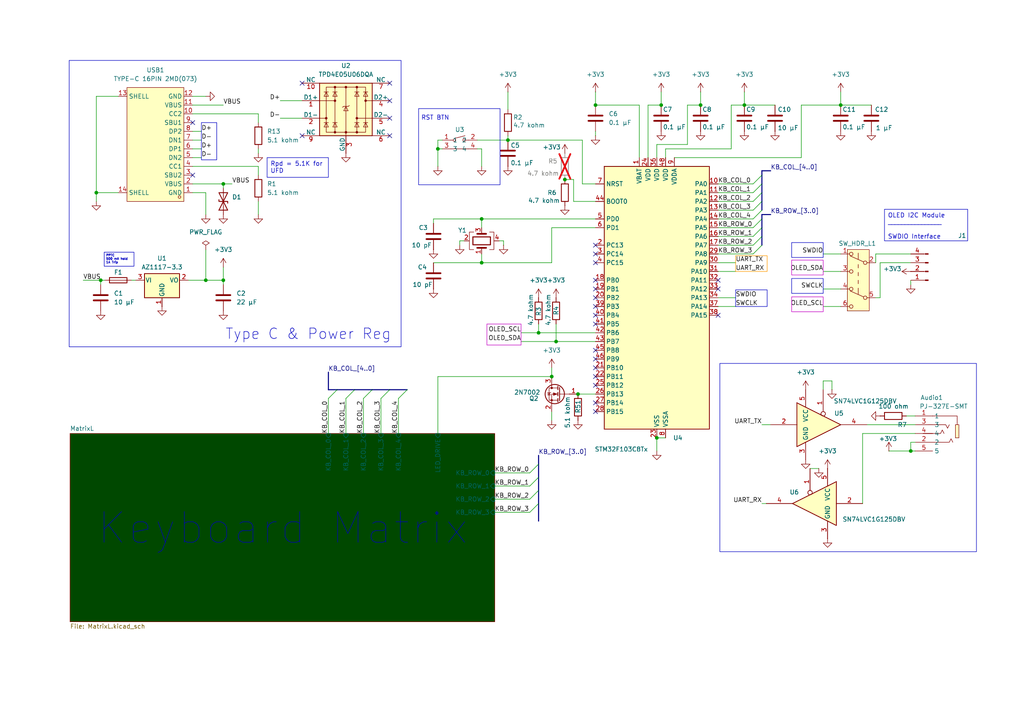
<source format=kicad_sch>
(kicad_sch (version 20231120) (generator "eeschema") (generator_version "8.0")
  (paper "A4")
  (title_block (title "Simple Keyboard") (date "2025-02-09") (rev "0") (company "Daniel Pérez (steewBSD)"))
  (junction (at 172.72 30.48))
  (junction (at 160.02 109.22))
  (junction (at 167.64 114.3))
  (junction (at 29.21 81.28))
  (junction (at 156.21 96.52))
  (junction (at 163.83 52.07))
  (junction (at 147.32 40.64))
  (junction (at 139.7 63.5))
  (junction (at 203.2 30.48))
  (junction (at 264.16 130.81))
  (junction (at 215.9 30.48))
  (junction (at 190.5 127))
  (junction (at 243.84 30.48))
  (junction (at 127 43.18))
  (junction (at 27.94 55.88))
  (junction (at 64.77 53.34))
  (junction (at 59.69 81.28))
  (junction (at 139.7 76.2))
  (junction (at 64.77 81.28))
  (junction (at 191.77 30.48))
  (junction (at 161.29 99.06))
  (no_connect (at 55.88 50.8))
  (no_connect (at 87.63 39.37))
  (no_connect (at 172.72 111.76))
  (no_connect (at 208.28 81.28))
  (no_connect (at 172.72 91.44))
  (no_connect (at 87.63 24.13))
  (no_connect (at 172.72 116.84))
  (no_connect (at 113.03 39.37))
  (no_connect (at 113.03 29.21))
  (no_connect (at 172.72 83.82))
  (no_connect (at 172.72 86.36))
  (no_connect (at 172.72 81.28))
  (no_connect (at 172.72 71.12))
  (no_connect (at 172.72 73.66))
  (no_connect (at 172.72 101.6))
  (no_connect (at 172.72 119.38))
  (no_connect (at 113.03 34.29))
  (no_connect (at 172.72 109.22))
  (no_connect (at 172.72 104.14))
  (no_connect (at 208.28 91.44))
  (no_connect (at 172.72 93.98))
  (no_connect (at 208.28 83.82))
  (no_connect (at 55.88 35.56))
  (no_connect (at 113.03 24.13))
  (no_connect (at 172.72 88.9))
  (no_connect (at 172.72 76.2))
  (no_connect (at 172.72 106.68))
  (bus_entry (at 156.21 142.24) (size -2.54 2.54))
  (bus_entry (at 220.98 60.96) (size -2.54 2.54))
  (bus_entry (at 220.98 58.42) (size -2.54 2.54))
  (bus_entry (at 97.79 113.03) (size -2.54 2.54))
  (bus_entry (at 220.98 53.34) (size -2.54 2.54))
  (bus_entry (at 156.21 138.43) (size -2.54 2.54))
  (bus_entry (at 220.98 63.5) (size -2.54 2.54))
  (bus_entry (at 107.95 113.03) (size -2.54 2.54))
  (bus_entry (at 220.98 66.04) (size -2.54 2.54))
  (bus_entry (at 118.11 113.03) (size -2.54 2.54))
  (bus_entry (at 113.03 113.03) (size -2.54 2.54))
  (bus_entry (at 156.21 134.62) (size -2.54 2.54))
  (bus_entry (at 220.98 68.58) (size -2.54 2.54))
  (bus_entry (at 102.87 113.03) (size -2.54 2.54))
  (bus_entry (at 156.21 146.05) (size -2.54 2.54))
  (bus_entry (at 220.98 55.88) (size -2.54 2.54))
  (bus_entry (at 220.98 50.8) (size -2.54 2.54))
  (bus_entry (at 220.98 71.12) (size -2.54 2.54))
  (wire (pts (xy 160.02 76.2) (xy 160.02 66.04)))
  (wire (pts (xy 237.49 135.89) (xy 234.95 135.89)))
  (wire (pts (xy 265.43 128.27) (xy 264.16 128.27)))
  (wire (pts (xy 254 86.36) (xy 255.27 86.36)))
  (wire (pts (xy 238.76 78.74) (xy 243.84 78.74)))
  (wire (pts (xy 29.21 81.28) (xy 30.48 81.28)))
  (wire (pts (xy 143.51 140.97) (xy 153.67 140.97)))
  (wire (pts (xy 139.7 73.66) (xy 139.7 76.2)))
  (wire (pts (xy 172.72 26.67) (xy 172.72 30.48)))
  (wire (pts (xy 27.94 27.94) (xy 27.94 55.88)))
  (wire (pts (xy 161.29 93.98) (xy 161.29 99.06)))
  (wire (pts (xy 64.77 53.34) (xy 67.31 53.34)))
  (wire (pts (xy 208.28 60.96) (xy 218.44 60.96)))
  (bus (pts (xy 102.87 113.03) (xy 107.95 113.03)))
  (wire (pts (xy 208.28 55.88) (xy 218.44 55.88)))
  (wire (pts (xy 264.16 128.27) (xy 264.16 130.81)))
  (wire (pts (xy 58.42 43.18) (xy 55.88 43.18)))
  (wire (pts (xy 254 73.66) (xy 264.16 73.66)))
  (wire (pts (xy 24.13 81.28) (xy 29.21 81.28)))
  (wire (pts (xy 187.96 30.48) (xy 191.77 30.48)))
  (wire (pts (xy 199.39 30.48) (xy 203.2 30.48)))
  (wire (pts (xy 127 40.64) (xy 128.27 40.64)))
  (wire (pts (xy 74.93 43.18) (xy 74.93 44.45)))
  (wire (pts (xy 264.16 81.28) (xy 264.16 82.55)))
  (bus (pts (xy 156.21 134.62) (xy 156.21 138.43)))
  (wire (pts (xy 208.28 73.66) (xy 218.44 73.66)))
  (wire (pts (xy 254 73.66) (xy 254 76.2)))
  (wire (pts (xy 147.32 40.64) (xy 168.91 40.64)))
  (wire (pts (xy 166.37 58.42) (xy 166.37 52.07)))
  (wire (pts (xy 190.5 41.91) (xy 199.39 41.91)))
  (wire (pts (xy 250.19 125.73) (xy 265.43 125.73)))
  (wire (pts (xy 208.28 53.34) (xy 218.44 53.34)))
  (wire (pts (xy 215.9 30.48) (xy 224.79 30.48)))
  (bus (pts (xy 223.52 62.23) (xy 220.98 62.23)))
  (wire (pts (xy 251.46 123.19) (xy 265.43 123.19)))
  (wire (pts (xy 208.28 78.74) (xy 213.36 78.74)))
  (wire (pts (xy 208.28 76.2) (xy 213.36 76.2)))
  (wire (pts (xy 27.94 27.94) (xy 34.29 27.94)))
  (bus (pts (xy 220.98 68.58) (xy 220.98 71.12)))
  (wire (pts (xy 34.29 55.88) (xy 27.94 55.88)))
  (wire (pts (xy 151.13 99.06) (xy 161.29 99.06)))
  (wire (pts (xy 208.28 71.12) (xy 218.44 71.12)))
  (bus (pts (xy 220.98 55.88) (xy 220.98 58.42)))
  (wire (pts (xy 64.77 81.28) (xy 64.77 82.55)))
  (bus (pts (xy 223.52 49.53) (xy 220.98 49.53)))
  (wire (pts (xy 74.93 62.23) (xy 74.93 58.42)))
  (wire (pts (xy 110.49 115.57) (xy 110.49 125.73)))
  (wire (pts (xy 55.88 27.94) (xy 59.69 27.94)))
  (wire (pts (xy 167.64 114.3) (xy 172.72 114.3)))
  (bus (pts (xy 156.21 146.05) (xy 156.21 151.13)))
  (wire (pts (xy 55.88 53.34) (xy 64.77 53.34)))
  (wire (pts (xy 255.27 76.2) (xy 264.16 76.2)))
  (wire (pts (xy 55.88 40.64) (xy 58.42 40.64)))
  (wire (pts (xy 232.41 30.48) (xy 243.84 30.48)))
  (wire (pts (xy 257.81 130.81) (xy 264.16 130.81)))
  (wire (pts (xy 185.42 45.72) (xy 185.42 30.48)))
  (wire (pts (xy 212.09 30.48) (xy 215.9 30.48)))
  (wire (pts (xy 243.84 30.48) (xy 252.73 30.48)))
  (bus (pts (xy 95.25 113.03) (xy 97.79 113.03)))
  (wire (pts (xy 143.51 137.16) (xy 153.67 137.16)))
  (bus (pts (xy 220.98 53.34) (xy 220.98 55.88)))
  (wire (pts (xy 143.51 148.59) (xy 153.67 148.59)))
  (wire (pts (xy 203.2 26.67) (xy 203.2 30.48)))
  (bus (pts (xy 220.98 50.8) (xy 220.98 53.34)))
  (wire (pts (xy 151.13 96.52) (xy 156.21 96.52)))
  (wire (pts (xy 133.35 69.85) (xy 133.35 71.12)))
  (wire (pts (xy 156.21 93.98) (xy 156.21 96.52)))
  (wire (pts (xy 139.7 76.2) (xy 160.02 76.2)))
  (wire (pts (xy 195.58 45.72) (xy 232.41 45.72)))
  (wire (pts (xy 139.7 43.18) (xy 139.7 48.26)))
  (wire (pts (xy 125.73 63.5) (xy 139.7 63.5)))
  (wire (pts (xy 160.02 66.04) (xy 172.72 66.04)))
  (wire (pts (xy 160.02 106.68) (xy 160.02 109.22)))
  (wire (pts (xy 139.7 43.18) (xy 138.43 43.18)))
  (wire (pts (xy 74.93 33.02) (xy 74.93 35.56)))
  (wire (pts (xy 55.88 30.48) (xy 64.77 30.48)))
  (wire (pts (xy 238.76 88.9) (xy 243.84 88.9)))
  (wire (pts (xy 156.21 96.52) (xy 172.72 96.52)))
  (wire (pts (xy 125.73 63.5) (xy 125.73 64.77)))
  (bus (pts (xy 156.21 132.08) (xy 156.21 134.62)))
  (wire (pts (xy 160.02 121.92) (xy 160.02 119.38)))
  (wire (pts (xy 208.28 88.9) (xy 213.36 88.9)))
  (wire (pts (xy 208.28 68.58) (xy 218.44 68.58)))
  (wire (pts (xy 193.04 45.72) (xy 193.04 43.18)))
  (wire (pts (xy 185.42 30.48) (xy 172.72 30.48)))
  (wire (pts (xy 262.89 120.65) (xy 265.43 120.65)))
  (wire (pts (xy 64.77 77.47) (xy 64.77 81.28)))
  (bus (pts (xy 107.95 113.03) (xy 113.03 113.03)))
  (wire (pts (xy 55.88 33.02) (xy 74.93 33.02)))
  (wire (pts (xy 59.69 72.39) (xy 59.69 81.28)))
  (wire (pts (xy 115.57 115.57) (xy 115.57 125.73)))
  (wire (pts (xy 190.5 127) (xy 193.04 127)))
  (wire (pts (xy 38.1 81.28) (xy 39.37 81.28)))
  (wire (pts (xy 143.51 144.78) (xy 153.67 144.78)))
  (bus (pts (xy 220.98 66.04) (xy 220.98 68.58)))
  (wire (pts (xy 138.43 40.64) (xy 147.32 40.64)))
  (wire (pts (xy 59.69 81.28) (xy 64.77 81.28)))
  (wire (pts (xy 166.37 52.07) (xy 163.83 52.07)))
  (wire (pts (xy 220.98 146.05) (xy 222.25 146.05)))
  (wire (pts (xy 241.3 110.49) (xy 238.76 110.49)))
  (wire (pts (xy 54.61 81.28) (xy 59.69 81.28)))
  (wire (pts (xy 250.19 125.73) (xy 250.19 146.05)))
  (bus (pts (xy 97.79 113.03) (xy 102.87 113.03)))
  (wire (pts (xy 100.33 115.57) (xy 100.33 125.73)))
  (bus (pts (xy 156.21 142.24) (xy 156.21 146.05)))
  (wire (pts (xy 81.28 34.29) (xy 87.63 34.29)))
  (wire (pts (xy 208.28 63.5) (xy 218.44 63.5)))
  (wire (pts (xy 193.04 43.18) (xy 212.09 43.18)))
  (wire (pts (xy 146.05 69.85) (xy 144.78 69.85)))
  (wire (pts (xy 199.39 41.91) (xy 199.39 30.48)))
  (wire (pts (xy 208.28 86.36) (xy 213.36 86.36)))
  (wire (pts (xy 127 125.73) (xy 127 109.22)))
  (wire (pts (xy 74.93 50.8) (xy 74.93 48.26)))
  (wire (pts (xy 127 43.18) (xy 128.27 43.18)))
  (wire (pts (xy 146.05 69.85) (xy 146.05 71.12)))
  (wire (pts (xy 255.27 76.2) (xy 255.27 86.36)))
  (bus (pts (xy 95.25 107.95) (xy 95.25 113.03)))
  (wire (pts (xy 59.69 55.88) (xy 55.88 55.88)))
  (wire (pts (xy 172.72 58.42) (xy 166.37 58.42)))
  (wire (pts (xy 215.9 26.67) (xy 215.9 30.48)))
  (wire (pts (xy 190.5 45.72) (xy 190.5 41.91)))
  (bus (pts (xy 156.21 138.43) (xy 156.21 142.24)))
  (wire (pts (xy 127 109.22) (xy 160.02 109.22)))
  (wire (pts (xy 208.28 58.42) (xy 218.44 58.42)))
  (wire (pts (xy 243.84 26.67) (xy 243.84 30.48)))
  (bus (pts (xy 220.98 63.5) (xy 220.98 66.04)))
  (wire (pts (xy 59.69 62.23) (xy 59.69 55.88)))
  (bus (pts (xy 113.03 113.03) (xy 118.11 113.03)))
  (wire (pts (xy 232.41 45.72) (xy 232.41 30.48)))
  (wire (pts (xy 81.28 29.21) (xy 87.63 29.21)))
  (wire (pts (xy 238.76 83.82) (xy 243.84 83.82)))
  (wire (pts (xy 58.42 45.72) (xy 55.88 45.72)))
  (wire (pts (xy 95.25 115.57) (xy 95.25 125.73)))
  (wire (pts (xy 29.21 82.55) (xy 29.21 81.28)))
  (wire (pts (xy 64.77 53.34) (xy 64.77 54.61)))
  (wire (pts (xy 147.32 39.37) (xy 147.32 40.64)))
  (wire (pts (xy 55.88 48.26) (xy 74.93 48.26)))
  (wire (pts (xy 127 40.64) (xy 127 43.18)))
  (wire (pts (xy 208.28 66.04) (xy 218.44 66.04)))
  (wire (pts (xy 105.41 115.57) (xy 105.41 125.73)))
  (wire (pts (xy 264.16 130.81) (xy 265.43 130.81)))
  (wire (pts (xy 125.73 76.2) (xy 139.7 76.2)))
  (wire (pts (xy 147.32 26.67) (xy 147.32 31.75)))
  (wire (pts (xy 134.62 69.85) (xy 133.35 69.85)))
  (wire (pts (xy 238.76 110.49) (xy 238.76 113.03)))
  (wire (pts (xy 191.77 26.67) (xy 191.77 30.48)))
  (wire (pts (xy 55.88 38.1) (xy 58.42 38.1)))
  (wire (pts (xy 172.72 39.37) (xy 172.72 38.1)))
  (wire (pts (xy 127 43.18) (xy 127 48.26)))
  (bus (pts (xy 220.98 62.23) (xy 220.98 63.5)))
  (wire (pts (xy 27.94 55.88) (xy 27.94 58.42)))
  (wire (pts (xy 212.09 43.18) (xy 212.09 30.48)))
  (wire (pts (xy 190.5 127) (xy 190.5 130.81)))
  (wire (pts (xy 168.91 53.34) (xy 172.72 53.34)))
  (wire (pts (xy 139.7 63.5) (xy 139.7 66.04)))
  (wire (pts (xy 168.91 40.64) (xy 168.91 53.34)))
  (wire (pts (xy 161.29 99.06) (xy 172.72 99.06)))
  (wire (pts (xy 220.98 123.19) (xy 223.52 123.19)))
  (wire (pts (xy 241.3 113.03) (xy 241.3 110.49)))
  (wire (pts (xy 187.96 45.72) (xy 187.96 30.48)))
  (bus (pts (xy 220.98 58.42) (xy 220.98 60.96)))
  (bus (pts (xy 220.98 49.53) (xy 220.98 50.8)))
  (wire (pts (xy 238.76 73.66) (xy 243.84 73.66)))
  (wire (pts (xy 139.7 63.5) (xy 172.72 63.5)))
  (rectangle (start 229.616 70.358) (end 238.76 74.676))
  (rectangle (start 229.616 80.772) (end 238.76 85.09))
  (rectangle (start 141.224 93.98) (end 151.13 100.076) (stroke (width 0) (color 194 0 194 1)))
  (rectangle (start 20.066 17.526) (end 116.332 100.584))
  (rectangle (start 121.412 31.496) (end 145.034 53.594))
  (rectangle (start 213.36 84.074) (end 222.504 88.9))
  (rectangle (start 58.42 35.56) (end 62.865 46.355))
  (rectangle (start 229.616 75.438) (end 238.76 79.756) (stroke (width 0) (color 194 0 194 1)))
  (rectangle (start 208.788 105.41) (end 283.21 160.02))
  (rectangle (start 229.616 86.106) (end 238.76 90.424) (stroke (width 0) (color 194 0 194 1)))
  (rectangle (start 213.36 74.168) (end 222.504 78.74) (stroke (width 0) (color 255 153 0 1)))
  (text_box "PPTC \n500 mA hold\n1A Trip" (at 30.226 73.152 0) (size 8.636 4.064) (effects (font (size 0.635 0.635)) (justify left top)))
  (text_box "Rpd = 5.1K for\nUFD" (at 77.47 45.72 0) (size 17.78 5.715) (effects (font (size 1.27 1.27)) (justify left top)))
  (text_box "OLED I2C Module\n________________\n\nSWDIO Interface" (at 256.54 60.706 0) (size 24.13 9.144) (effects (font (size 1.27 1.27)) (justify left top)))
  (text "Type C & Power Reg" (at 89.408 97.028 0) (effects (font (size 3.048 3.048))))
  (text "Keyboard Matrix" (at 82.042 153.416 0) (effects (font (size 8.89 8.89))))
  (text "RST BTN" (at 126.238 34.29 0) (effects (font (size 1.27 1.27))))
  (label "KB_COL_1" (at 100.33 125.73 90))
  (label "OLED_SCL" (at 238.76 88.9 180))
  (label "VBUS" (at 24.13 81.28 0))
  (label "KB_ROW_0" (at 143.51 137.16 0))
  (label "OLED_SDA" (at 151.13 99.06 180))
  (label "KB_COL_0" (at 208.28 53.34 0))
  (label "D+" (at 58.42 38.1 0))
  (label "UART_RX" (at 220.98 146.05 180))
  (label "UART_TX" (at 220.98 123.19 180))
  (label "D-" (at 58.42 40.64 0))
  (label "KB_ROW_2" (at 143.51 144.78 0))
  (label "D+" (at 81.28 29.21 180))
  (label "UART_RX" (at 213.36 78.74 0))
  (label "KB_COL_4" (at 115.57 125.73 90))
  (label "KB_ROW_1" (at 208.28 68.58 0))
  (label "D+" (at 58.42 43.18 0))
  (label "KB_ROW_0" (at 208.28 66.04 0))
  (label "KB_COL_3" (at 208.28 60.96 0))
  (label "KB_COL_[4..0]" (at 95.25 107.95 0))
  (label "VBUS" (at 64.77 30.48 0))
  (label "KB_COL_4" (at 208.28 63.5 0))
  (label "KB_COL_3" (at 110.49 125.73 90))
  (label "SWDIO" (at 238.76 73.66 180))
  (label "KB_ROW_1" (at 143.51 140.97 0))
  (label "KB_ROW_3" (at 143.51 148.59 0))
  (label "SWCLK" (at 238.76 83.82 180))
  (label "OLED_SDA" (at 238.76 78.74 180))
  (label "KB_COL_0" (at 95.25 125.73 90))
  (label "KB_COL_1" (at 208.28 55.88 0))
  (label "KB_ROW_2" (at 208.28 71.12 0))
  (label "KB_COL_[4..0]" (at 223.52 49.53 0))
  (label "D-" (at 58.42 45.72 0))
  (label "KB_ROW_[3..0]" (at 223.52 62.23 0))
  (label "OLED_SCL" (at 151.13 96.52 180))
  (label "KB_COL_2" (at 208.28 58.42 0))
  (label "UART_TX" (at 213.36 76.2 0))
  (label "KB_ROW_[3..0]" (at 156.21 132.08 0))
  (label "VBUS" (at 67.31 53.34 0))
  (label "SWCLK" (at 213.36 88.9 0))
  (label "D-" (at 81.28 34.29 180))
  (label "KB_COL_2" (at 105.41 125.73 90))
  (label "KB_ROW_3" (at 208.28 73.66 0))
  (label "SWDIO" (at 213.36 86.36 0))
  (symbol (lib_id "power:GND") (at 243.84 38.1 0) (unit 1)
    (property "Reference" "#PWR034" (effects (hide yes)))
    (property "Value" "GND" (effects (hide yes)))
    (property "Description" "Power symbol creates a global label with name \"GND\" , ground" (effects (hide yes)))
  )
  (symbol (lib_id "power:+3V3") (at 215.9 26.67 0) (unit 1)
    (property "Reference" "#PWR030" (effects (hide yes)))
    (property "Value" "+3V3" (at 215.9 21.59 0))
    (property "Description" "Power symbol creates a global label with name \"+3V3\"" (effects (hide yes)))
  )
  (symbol (lib_id "easyeda2kicad:TYPE-C16PIN2MD(073)") (at 44.45 41.91 180) (unit 1)
    (property "Reference" "USB1" (at 45.085 20.32 0))
    (property "Value" "TYPE-C 16PIN 2MD(073)" (at 45.085 22.86 0))
    (property "Footprint" "easyeda2kicad:USB-C-SMD_TYPE-C-6PIN-2MD-073" (effects (hide yes)))
    (property "LCSC Part" "C2765186" (effects (hide yes)))
    (property "InvenTree" "50" (effects (hide yes)))
  )
  (symbol (lib_id "power:GND") (at 133.35 71.12 0) (unit 1)
    (property "Reference" "#PWR014" (effects (hide yes)))
    (property "Value" "GND" (effects (hide yes)))
    (property "Description" "Power symbol creates a global label with name \"GND\" , ground" (effects (hide yes)))
  )
  (symbol (lib_id "power:+3V3") (at 172.72 26.67 0) (unit 1)
    (property "Reference" "#PWR023" (effects (hide yes)))
    (property "Value" "+3V3" (at 172.72 21.59 0))
    (property "Description" "Power symbol creates a global label with name \"+3V3\"" (effects (hide yes)))
  )
  (symbol (lib_id "power:GND") (at 125.73 72.39 0) (unit 1)
    (property "Reference" "#PWR011" (effects (hide yes)))
    (property "Value" "GND" (effects (hide yes)))
    (property "Description" "Power symbol creates a global label with name \"GND\" , ground" (effects (hide yes)))
  )
  (symbol (lib_id "power:+3V3") (at 191.77 26.67 0) (unit 1)
    (property "Reference" "#PWR026" (effects (hide yes)))
    (property "Value" "+3V3" (at 191.77 21.59 0))
    (property "Description" "Power symbol creates a global label with name \"+3V3\"" (effects (hide yes)))
  )
  (symbol (lib_id "MCU_ST_STM32F1:STM32F103C8Tx") (at 190.5 86.36 0) (unit 1)
    (property "Reference" "U4" (at 195.2341 127 0) (effects (justify left)))
    (property "Value" "STM32F103C8Tx" (at 172.466 130.302 0) (effects (justify left)))
    (property "Footprint" "Package_QFP:LQFP-48_7x7mm_P0.5mm" (effects (hide yes)))
    (property "Datasheet" "https://www.st.com/resource/en/datasheet/stm32f103c8.pdf" (effects (hide yes)))
    (property "Description" "STMicroelectronics Arm Cortex-M3 MCU, 64KB flash, 20KB RAM, 72 MHz, 2.0-3.6V, 37 GPIO, LQFP48" (effects (hide yes)))
  )
  (symbol (lib_id "power:GND") (at 127 48.26 0) (unit 1)
    (property "Reference" "#PWR013" (effects (hide yes)))
    (property "Value" "GND" (effects (hide yes)))
    (property "Description" "Power symbol creates a global label with name \"GND\" , ground" (effects (hide yes)))
  )
  (symbol (lib_id "#inventree:CL21B104KBCNNNC") (at 172.72 34.29 0) (unit 1)
    (property "Reference" "C6" (at 176.53 33.0199 0) (effects (justify left)))
    (property "Value" "0.1 µF" (at 176.53 35.5599 0) (effects (justify left)))
    (property "Footprint" "0805 (2012 Metric)" (effects (hide yes)))
    (property "Datasheet" "http://10.0.0.41/media/attachments/part/18/CL21B104KBCNNN_Spec.pdf" (effects (hide yes)))
    (property "Description" "CAP CER 0.1UF 50V X7R 0805" (effects (hide yes)))
    (property "InvenTree" "18" (effects (hide yes)))
    (property "Mounting Type" "Surface Mount, MLCC" (effects (hide yes)))
    (property "Package Type" "0805 (2012 Metric)" (effects (hide yes)))
    (property "Part URL" "http://10.0.0.41:7333/part/18/" (effects (hide yes)))
    (property "Rated Voltage" "50V" (effects (hide yes)))
    (property "Temperature Coefficient" "X7R" (effects (hide yes)))
    (property "Tolerance" "10%" (effects (hide yes)))
  )
  (symbol (lib_id "power:GND") (at 59.69 62.23 0) (unit 1)
    (property "Reference" "#PWR05" (effects (hide yes)))
    (property "Value" "GND" (effects (hide yes)))
    (property "Description" "Power symbol creates a global label with name \"GND\" , ground" (effects (hide yes)))
  )
  (symbol (lib_id "#inventree:CL21B104KBCNNNC") (at 203.2 34.29 0) (unit 1)
    (property "Reference" "C8" (at 203.708 31.75 0) (effects (justify left)))
    (property "Value" "0.1 µF" (at 203.708 36.83 0) (effects (justify left)))
    (property "Footprint" "0805 (2012 Metric)" (effects (hide yes)))
    (property "Datasheet" "http://10.0.0.41/media/attachments/part/18/CL21B104KBCNNN_Spec.pdf" (effects (hide yes)))
    (property "Description" "CAP CER 0.1UF 50V X7R 0805" (effects (hide yes)))
    (property "InvenTree" "18" (effects (hide yes)))
    (property "Mounting Type" "Surface Mount, MLCC" (effects (hide yes)))
    (property "Package Type" "0805 (2012 Metric)" (effects (hide yes)))
    (property "Part URL" "http://10.0.0.41:7333/part/18/" (effects (hide yes)))
    (property "Rated Voltage" "50V" (effects (hide yes)))
    (property "Temperature Coefficient" "X7R" (effects (hide yes)))
    (property "Tolerance" "10%" (effects (hide yes)))
  )
  (symbol (lib_id "Device:Fuse") (at 34.29 81.28 90) (unit 1)
    (property "Reference" "F1" (at 34.29 78.994 90))
    (property "Value" "1812L050/30PR" (effects (hide yes)))
    (property "Footprint" "Fuse:Fuse_1812_4532Metric_Pad1.30x3.40mm_HandSolder" (effects (hide yes)))
    (property "Description" "Fuse" (effects (hide yes)))
    (property "InvenTree" "63" (effects (hide yes)))
  )
  (symbol (lib_id "power:GND") (at 146.05 71.12 0) (unit 1)
    (property "Reference" "#PWR016" (effects (hide yes)))
    (property "Value" "GND" (effects (hide yes)))
    (property "Description" "Power symbol creates a global label with name \"GND\" , ground" (effects (hide yes)))
  )
  (symbol (lib_name "CL21B104KBCNNNC_1") (lib_id "#inventree:CL21B104KBCNNNC") (at 147.32 44.45 0) (unit 1)
    (property "Reference" "C5" (at 148.082 42.164 0) (effects (justify left)))
    (property "Value" "0.1 µF" (at 148.082 47.244 0) (effects (justify left)))
    (property "Footprint" "0805 (2012 Metric)" (effects (hide yes)))
    (property "Datasheet" "http://10.0.0.41/media/attachments/part/18/CL21B104KBCNNN_Spec.pdf" (effects (hide yes)))
    (property "Description" "CAP CER 0.1UF 50V X7R 0805" (effects (hide yes)))
    (property "InvenTree" "18" (effects (hide yes)))
    (property "Mounting Type" "Surface Mount, MLCC" (effects (hide yes)))
    (property "Package Type" "0805 (2012 Metric)" (effects (hide yes)))
    (property "Part URL" "http://10.0.0.41:7333/part/18/" (effects (hide yes)))
    (property "Rated Voltage" "50V" (effects (hide yes)))
    (property "Temperature Coefficient" "X7R" (effects (hide yes)))
    (property "Tolerance" "10%" (effects (hide yes)))
  )
  (symbol (lib_id "Switch:SW_Push_DPDT") (at 248.92 81.28 0) (mirror y) (unit 1)
    (property "Reference" "SW_HDR_L1" (at 248.666 70.612 0))
    (property "Value" "SW_Push_DPDT" (effects (hide yes)))
    (property "Description" "Momentary Switch, dual pole double throw" (effects (hide yes)))
    (property "InvenTree" "62" (effects (hide yes)))
  )
  (symbol (lib_id "power:+3V3") (at 160.02 106.68 0) (unit 1)
    (property "Reference" "#PWR0120" (effects (hide yes)))
    (property "Value" "+3V3" (at 160.02 101.6 0))
    (property "Description" "Power symbol creates a global label with name \"+3V3\"" (effects (hide yes)))
  )
  (symbol (lib_id "power:GND") (at 203.2 38.1 0) (unit 1)
    (property "Reference" "#PWR029" (effects (hide yes)))
    (property "Value" "GND" (effects (hide yes)))
    (property "Description" "Power symbol creates a global label with name \"GND\" , ground" (effects (hide yes)))
  )
  (symbol (lib_id "#inventree:ERJ-6GEYJ472V") (at 163.83 48.26 0) (unit 1) (dnp yes)
    (property "Reference" "R5" (at 159.004 46.736 0) (effects (justify left)))
    (property "Value" "4.7 kohm" (at 152.908 50.292 0) (effects (justify left)))
    (property "Description" "RES SMD 4.7K OHM 5% 1/8W 0805" (effects (hide yes)))
    (property "InvenTree" "43" (effects (hide yes)))
    (property "Mounting Type" "0805" (effects (hide yes)))
    (property "Package Type" "0805 (2012 Metric)" (effects (hide yes)))
    (property "Part URL" "http://10.0.0.41:7333/part/43/" (effects (hide yes)))
    (property "Rated Power" "0.125W, 1/8W" (effects (hide yes)))
    (property "Tolerance" "5%" (effects (hide yes)))
  )
  (symbol (lib_id "74xGxx:SN74LVC1G125DBV") (at 234.95 146.05 0) (mirror y) (unit 1)
    (property "Reference" "U6" (at 230.378 142.748 0))
    (property "Value" "SN74LVC1G125DBV" (at 253.492 150.622 0))
    (property "Footprint" "Package_TO_SOT_SMD:SOT-23-5_HandSoldering" (effects (hide yes)))
    (property "Datasheet" "http://www.ti.com/lit/ds/symlink/sn74lvc1g125.pdf" (effects (hide yes)))
    (property "Description" "Single Buffer Gate Tri-State, Low-Voltage CMOS, SOT-23-5" (effects (hide yes)))
    (property "InvenTree" "66" (effects (hide yes)))
  )
  (symbol (lib_id "power:GND") (at 125.73 83.82 0) (unit 1)
    (property "Reference" "#PWR012" (effects (hide yes)))
    (property "Value" "GND" (effects (hide yes)))
    (property "Description" "Power symbol creates a global label with name \"GND\" , ground" (effects (hide yes)))
  )
  (symbol (lib_id "power:GND") (at 172.72 39.37 0) (unit 1)
    (property "Reference" "#PWR024" (effects (hide yes)))
    (property "Value" "GND" (effects (hide yes)))
    (property "Description" "Power symbol creates a global label with name \"GND\" , ground" (effects (hide yes)))
  )
  (symbol (lib_id "power:GND") (at 241.3 113.03 0) (unit 1)
    (property "Reference" "#PWR044" (effects (hide yes)))
    (property "Value" "GND" (effects (hide yes)))
    (property "Description" "Power symbol creates a global label with name \"GND\" , ground" (effects (hide yes)))
  )
  (symbol (lib_id "power:GND") (at 255.27 120.65 270) (unit 1)
    (property "Reference" "#PWR040" (effects (hide yes)))
    (property "Value" "GND" (effects (hide yes)))
    (property "Description" "Power symbol creates a global label with name \"GND\" , ground" (effects (hide yes)))
  )
  (symbol (lib_id "Power_Protection:TPD4E05U06DQA") (at 100.33 31.75 0) (unit 1)
    (property "Reference" "U2" (at 100.33 19.05 0))
    (property "Value" "TPD4E05U06DQA" (at 100.33 21.59 0))
    (property "Footprint" "Package_SON:USON-10_2.5x1.0mm_P0.5mm" (effects (hide yes)))
    (property "Datasheet" "https://www.ti.com/lit/ds/symlink/tpd4e05u06.pdf" (effects (hide yes)))
    (property "Description" "4-Channel ESD Protection for Super-Speed USB 3.0 Interface, USON-10" (effects (hide yes)))
  )
  (symbol (lib_id "power:+3V3") (at 264.16 78.74 90) (unit 1)
    (property "Reference" "#PWR036" (effects (hide yes)))
    (property "Value" "+3V3" (at 258.826 77.978 90))
    (property "Description" "Power symbol creates a global label with name \"+3V3\"" (effects (hide yes)))
  )
  (symbol (lib_id "power:+3V3") (at 203.2 26.67 0) (unit 1)
    (property "Reference" "#PWR028" (effects (hide yes)))
    (property "Value" "+3V3" (at 203.2 21.59 0))
    (property "Description" "Power symbol creates a global label with name \"+3V3\"" (effects (hide yes)))
  )
  (symbol (lib_id "power:GND") (at 233.68 133.35 0) (unit 1)
    (property "Reference" "#PWR043" (effects (hide yes)))
    (property "Value" "GND" (effects (hide yes)))
    (property "Description" "Power symbol creates a global label with name \"GND\" , ground" (effects (hide yes)))
  )
  (symbol (lib_name "CL21A106KOQNNNE_1") (lib_id "#inventree:CL21A106KOQNNNE") (at 224.79 34.29 0) (unit 1)
    (property "Reference" "C10" (at 225.552 31.75 0) (effects (justify left)))
    (property "Value" "10 µF" (at 225.552 37.084 0) (effects (justify left)))
    (property "Footprint" "0805 (2012 Metric)" (effects (hide yes)))
    (property "Datasheet" "http://10.0.0.41/media/attachments/part/23/CL21A106KOQNNNE_Spec.pdf" (effects (hide yes)))
    (property "Description" "CAP CER 10UF 16V X5R 0805" (effects (hide yes)))
    (property "InvenTree" "23" (effects (hide yes)))
    (property "Mounting Type" "Surface Mount, MLCC" (effects (hide yes)))
    (property "Package Type" "0805 (2012 Metric)" (effects (hide yes)))
    (property "Part URL" "http://10.0.0.41:7333/part/23/" (effects (hide yes)))
    (property "Rated Voltage" "16V" (effects (hide yes)))
    (property "Temperature Coefficient" "X5R" (effects (hide yes)))
    (property "Tolerance" "10%" (effects (hide yes)))
  )
  (symbol (lib_id "power:+3V3") (at 147.32 26.67 0) (unit 1)
    (property "Reference" "#PWR017" (effects (hide yes)))
    (property "Value" "+3V3" (at 147.32 21.59 0))
    (property "Description" "Power symbol creates a global label with name \"+3V3\"" (effects (hide yes)))
  )
  (symbol (lib_name "RC0603FR-074K7L_1") (lib_id "#inventree:RC0603FR-074K7L") (at 156.21 90.17 0) (unit 1)
    (property "Reference" "R3" (at 156.21 91.694 90) (effects (justify left)))
    (property "Value" "4.7 kohm" (at 153.924 94.488 90) (effects (justify left)))
    (property "Datasheet" "http://10.0.0.41/media/attachments/part/59/PYu-RC_Group_51_RoHS_L_12.pdf" (effects (hide yes)))
    (property "Description" "RES 4.7K OHM 1% 1/10W 0603" (effects (hide yes)))
    (property "InvenTree" "59" (effects (hide yes)))
    (property "Mounting Type" "0603" (effects (hide yes)))
    (property "Package Type" "0603 (1608 Metric)" (effects (hide yes)))
    (property "Part URL" "http://10.0.0.41:7333/part/59/" (effects (hide yes)))
    (property "Rated Power" "0.1W, 1/10W" (effects (hide yes)))
    (property "Tolerance" "1%" (effects (hide yes)))
  )
  (symbol (lib_id "power:GND") (at 167.64 121.92 0) (unit 1)
    (property "Reference" "#PWR0122" (effects (hide yes)))
    (property "Value" "GND" (effects (hide yes)))
    (property "Description" "Power symbol creates a global label with name \"GND\" , ground" (effects (hide yes)))
  )
  (symbol (lib_id "power:+3V3") (at 240.03 135.89 0) (unit 1)
    (property "Reference" "#PWR047" (effects (hide yes)))
    (property "Value" "+3V3" (at 240.03 130.81 0))
    (property "Description" "Power symbol creates a global label with name \"+3V3\"" (effects (hide yes)))
  )
  (symbol (lib_id "Device:Crystal_GND24") (at 139.7 69.85 90) (unit 1)
    (property "Reference" "Y1" (at 134.112 66.802 90))
    (property "Value" "Crystal_GND24" (effects (hide yes)))
    (property "Footprint" "Crystal:Crystal_SMD_3225-4Pin_3.2x2.5mm_HandSoldering" (effects (hide yes)))
    (property "Description" "Four pin crystal, GND on pins 2 and 4" (effects (hide yes)))
    (property "InvenTree" "61" (effects (hide yes)))
  )
  (symbol (lib_id "power:GND") (at 29.21 90.17 0) (unit 1)
    (property "Reference" "#PWR02" (effects (hide yes)))
    (property "Value" "GND" (effects (hide yes)))
    (property "Description" "Power symbol creates a global label with name \"GND\" , ground" (effects (hide yes)))
  )
  (symbol (lib_id "Device:D_TVS") (at 64.77 58.42 90) (unit 1)
    (property "Reference" "D1" (at 67.31 57.1499 90) (effects (justify right)))
    (property "Value" "CPDUR5V0HE-HF" (effects (hide yes)))
    (property "Footprint" "Diode_SMD:D_0603_1608Metric_Pad1.05x0.95mm_HandSolder" (effects (hide yes)))
    (property "Description" "Bidirectional transient-voltage-suppression diode" (effects (hide yes)))
    (property "InvenTree" "58" (effects (hide yes)))
  )
  (symbol (lib_id "power:GND") (at 59.69 27.94 90) (unit 1)
    (property "Reference" "#PWR04" (effects (hide yes)))
    (property "Value" "GND" (effects (hide yes)))
    (property "Description" "Power symbol creates a global label with name \"GND\" , ground" (effects (hide yes)))
  )
  (symbol (lib_id "power:GND") (at 46.99 88.9 0) (unit 1)
    (property "Reference" "#PWR03" (effects (hide yes)))
    (property "Value" "GND" (effects (hide yes)))
    (property "Description" "Power symbol creates a global label with name \"GND\" , ground" (effects (hide yes)))
  )
  (symbol (lib_id "easyeda2kicad:PJ-327E-SMT") (at 270.51 125.73 0) (mirror y) (unit 1)
    (property "Reference" "Audio1" (at 266.954 115.316 0) (effects (justify right)))
    (property "Value" "PJ-327E-SMT" (at 266.7 117.856 0) (effects (justify right)))
    (property "Footprint" "easyeda2kicad:AUDIO-SMD_PJ-327E-SMT" (effects (hide yes)))
    (property "Datasheet" "https://lcsc.com/product-detail/Audio-Video-Connectors_XKB-Enterprise-PJ-327E-SMT_C319105.html" (effects (hide yes)))
    (property "LCSC Part" "C319105" (effects (hide yes)))
  )
  (symbol (lib_id "power:GND") (at 27.94 58.42 0) (unit 1)
    (property "Reference" "#PWR01" (effects (hide yes)))
    (property "Value" "GND" (effects (hide yes)))
    (property "Description" "Power symbol creates a global label with name \"GND\" , ground" (effects (hide yes)))
  )
  (symbol (lib_id "#inventree:RC0603FR-074K7L") (at 147.32 35.56 0) (unit 1)
    (property "Reference" "R2" (at 148.844 34.036 0) (effects (justify left)))
    (property "Value" "4.7 kohm" (at 148.844 36.322 0) (effects (justify left)))
    (property "Footprint" "Resistor_SMD:R_0603_1608Metric_Pad0.98x0.95mm_HandSolder" (effects (hide yes)))
    (property "Datasheet" "http://10.0.0.41/media/attachments/part/59/PYu-RC_Group_51_RoHS_L_12.pdf" (effects (hide yes)))
    (property "Description" "RES 4.7K OHM 1% 1/10W 0603" (effects (hide yes)))
    (property "InvenTree" "59" (effects (hide yes)))
    (property "Mounting Type" "0603" (effects (hide yes)))
    (property "Package Type" "0603 (1608 Metric)" (effects (hide yes)))
    (property "Part URL" "http://10.0.0.41:7333/part/59/" (effects (hide yes)))
    (property "Rated Power" "0.1W, 1/10W" (effects (hide yes)))
    (property "Tolerance" "1%" (effects (hide yes)))
  )
  (symbol (lib_id "power:GND") (at 139.7 48.26 0) (unit 1)
    (property "Reference" "#PWR015" (effects (hide yes)))
    (property "Value" "GND" (effects (hide yes)))
    (property "Description" "Power symbol creates a global label with name \"GND\" , ground" (effects (hide yes)))
  )
  (symbol (lib_id "power:+3V3") (at 257.81 130.81 0) (unit 1)
    (property "Reference" "#PWR039" (effects (hide yes)))
    (property "Value" "+3V3" (at 257.556 127.254 0))
    (property "Description" "Power symbol creates a global label with name \"+3V3\"" (effects (hide yes)))
  )
  (symbol (lib_id "power:GND") (at 163.83 59.69 0) (unit 1)
    (property "Reference" "#PWR022" (effects (hide yes)))
    (property "Value" "GND" (effects (hide yes)))
    (property "Description" "Power symbol creates a global label with name \"GND\" , ground" (effects (hide yes)))
  )
  (symbol (lib_id "#inventree:CL21A106KOQNNNE") (at 29.21 86.36 0) (unit 1)
    (property "Reference" "C1" (at 33.02 85.0899 0) (effects (justify left)))
    (property "Value" "10 µF" (at 33.02 87.6299 0) (effects (justify left)))
    (property "Footprint" "0805 (2012 Metric)" (effects (hide yes)))
    (property "Datasheet" "http://10.0.0.41/media/attachments/part/23/CL21A106KOQNNNE_Spec.pdf" (effects (hide yes)))
    (property "Description" "CAP CER 10UF 16V X5R 0805" (effects (hide yes)))
    (property "InvenTree" "23" (effects (hide yes)))
    (property "Mounting Type" "Surface Mount, MLCC" (effects (hide yes)))
    (property "Package Type" "0805 (2012 Metric)" (effects (hide yes)))
    (property "Part URL" "http://10.0.0.41:7333/part/23/" (effects (hide yes)))
    (property "Rated Voltage" "16V" (effects (hide yes)))
    (property "Temperature Coefficient" "X5R" (effects (hide yes)))
    (property "Tolerance" "10%" (effects (hide yes)))
  )
  (symbol (lib_id "power:+3V3") (at 233.68 113.03 0) (unit 1)
    (property "Reference" "#PWR042" (effects (hide yes)))
    (property "Value" "+3V3" (at 233.68 107.95 0))
    (property "Description" "Power symbol creates a global label with name \"+3V3\"" (effects (hide yes)))
  )
  (symbol (lib_id "power:GND") (at 190.5 130.81 0) (unit 1)
    (property "Reference" "#PWR025" (effects (hide yes)))
    (property "Value" "GND" (effects (hide yes)))
    (property "Description" "Power symbol creates a global label with name \"GND\" , ground" (effects (hide yes)))
  )
  (symbol (lib_id "power:GND") (at 64.77 62.23 0) (unit 1)
    (property "Reference" "#PWR06" (effects (hide yes)))
    (property "Value" "GND" (effects (hide yes)))
    (property "Description" "Power symbol creates a global label with name \"GND\" , ground" (effects (hide yes)))
  )
  (symbol (lib_id "power:GND") (at 74.93 44.45 0) (unit 1)
    (property "Reference" "#PWR045" (effects (hide yes)))
    (property "Value" "GND" (effects (hide yes)))
    (property "Description" "Power symbol creates a global label with name \"GND\" , ground" (effects (hide yes)))
  )
  (symbol (lib_id "#inventree:ERJ-6GEYJ101V") (at 259.08 120.65 270) (unit 1)
    (property "Reference" "R7" (at 260.3501 123.19 90) (effects (justify left)))
    (property "Value" "100 ohm" (at 254.762 117.856 90) (effects (justify left)))
    (property "Footprint" "Resistor_SMD:R_0805_2012Metric_Pad1.20x1.40mm_HandSolder" (effects (hide yes)))
    (property "Description" "RES SMD 100 OHM 5% 1/8W 0805" (effects (hide yes)))
    (property "InvenTree" "40" (effects (hide yes)))
    (property "Mounting Type" "0805" (effects (hide yes)))
    (property "Package Type" "0805 (2012 Metric)" (effects (hide yes)))
    (property "Part URL" "http://10.0.0.41:7333/part/40/" (effects (hide yes)))
    (property "Rated Power" "0.125W, 1/8W" (effects (hide yes)))
    (property "Tolerance" "5%" (effects (hide yes)))
  )
  (symbol (lib_id "power:GND") (at 64.77 90.17 0) (unit 1)
    (property "Reference" "#PWR08" (effects (hide yes)))
    (property "Value" "GND" (effects (hide yes)))
    (property "Description" "Power symbol creates a global label with name \"GND\" , ground" (effects (hide yes)))
  )
  (symbol (lib_id "power:GND") (at 160.02 121.92 0) (unit 1)
    (property "Reference" "#PWR0121" (effects (hide yes)))
    (property "Value" "GND" (effects (hide yes)))
    (property "Description" "Power symbol creates a global label with name \"GND\" , ground" (effects (hide yes)))
  )
  (symbol (lib_id "Transistor_FET:2N7002") (at 162.56 114.3 0) (mirror y) (unit 1)
    (property "Reference" "Q2" (at 156.21 115.5701 0) (effects (justify left)))
    (property "Value" "2N7002" (at 156.718 113.792 0) (effects (justify left)))
    (property "Footprint" "Package_TO_SOT_SMD:SOT-23_Handsoldering" (effects (hide yes)))
    (property "Datasheet" "https://www.onsemi.com/pub/Collateral/NDS7002A-D.PDF" (effects (hide yes)))
    (property "Description" "0.115A Id, 60V Vds, N-Channel MOSFET, SOT-23" (effects (hide yes)))
    (property "InvenTree" "68" (effects (hide yes)))
  )
  (symbol (lib_id "power:GND") (at 252.73 38.1 0) (unit 1)
    (property "Reference" "#PWR035" (effects (hide yes)))
    (property "Value" "GND" (effects (hide yes)))
    (property "Description" "Power symbol creates a global label with name \"GND\" , ground" (effects (hide yes)))
  )
  (symbol (lib_id "power:GND") (at 191.77 38.1 0) (unit 1)
    (property "Reference" "#PWR027" (effects (hide yes)))
    (property "Value" "GND" (effects (hide yes)))
    (property "Description" "Power symbol creates a global label with name \"GND\" , ground" (effects (hide yes)))
  )
  (symbol (lib_id "74xGxx:SN74LVC1G125DBV") (at 238.76 123.19 0) (unit 1)
    (property "Reference" "U5" (at 243.332 119.888 0))
    (property "Value" "SN74LVC1G125DBV" (at 250.952 116.332 0))
    (property "Footprint" "Package_TO_SOT_SMD:SOT-23-5_HandSoldering" (effects (hide yes)))
    (property "Datasheet" "http://www.ti.com/lit/ds/symlink/sn74lvc1g125.pdf" (effects (hide yes)))
    (property "Description" "Single Buffer Gate Tri-State, Low-Voltage CMOS, SOT-23-5" (effects (hide yes)))
    (property "InvenTree" "66" (effects (hide yes)))
  )
  (symbol (lib_id "Connector:Conn_01x04_Pin") (at 269.24 78.74 180) (unit 1)
    (property "Reference" "J1" (at 277.876 68.326 0) (effects (justify right)))
    (property "Value" "Conn_01x04_Pin" (effects (hide yes)))
    (property "Footprint" "Connector_PinSocket_2.54mm:PinSocket_1x04_P2.54mm_Horizontal" (effects (hide yes)))
    (property "Description" "Generic connector, single row, 01x04, script generated" (effects (hide yes)))
    (property "InvenTree" "53" (effects (hide yes)))
  )
  (symbol (lib_id "#inventree:CL21C100CBANNNC") (at 125.73 80.01 0) (unit 1)
    (property "Reference" "C4" (at 121.158 77.47 0) (effects (justify left)))
    (property "Value" "10 pF" (at 119.634 82.55 0) (effects (justify left)))
    (property "Footprint" "0805 (2012 Metric)" (effects (hide yes)))
    (property "Datasheet" "http://10.0.0.41/media/attachments/part/11/2411272102_Samsung-Electro-Mechanics-CL21C100CBANNNC_C2991182.pdf" (effects (hide yes)))
    (property "Description" "CAP CER 10PF 50V C0G/NP0 0805" (effects (hide yes)))
    (property "InvenTree" "11" (effects (hide yes)))
    (property "Mounting Type" "Surface Mount, MLCC" (effects (hide yes)))
    (property "Package Type" "0805 (2012 Metric)" (effects (hide yes)))
    (property "Part URL" "http://10.0.0.41:7333/part/11/" (effects (hide yes)))
    (property "Rated Voltage" "50V" (effects (hide yes)))
    (property "Temperature Coefficient" "C0G, NP0" (effects (hide yes)))
    (property "Tolerance" "0.25pF" (effects (hide yes)))
  )
  (symbol (lib_name "RC0603FR-075K1L_1") (lib_id "#inventree:RC0603FR-075K1L") (at 167.64 118.11 0) (unit 1)
    (property "Reference" "R51" (at 167.64 119.888 90) (effects (justify left)))
    (property "Value" "5.1 kohm" (at 164.592 124.206 90) (effects (justify left)))
    (property "Footprint" "Resistor_SMD:R_0612_1632Metric_Pad1.18x3.40mm_HandSolder" (effects (hide yes)))
    (property "Datasheet" "http://10.0.0.41/media/attachments/part/51/PYu-RC_Group_51_RoHS_L_12.pdf" (effects (hide yes)))
    (property "Description" "RES 5.1K OHM 1% 1/10W 0603" (effects (hide yes)))
    (property "InvenTree" "51" (effects (hide yes)))
    (property "Mounting Type" "0603" (effects (hide yes)))
    (property "Package Type" "0603 (1608 Metric)" (effects (hide yes)))
    (property "Part URL" "http://10.0.0.41:7333/part/51/" (effects (hide yes)))
    (property "Rated Power" "0.1W, 1/10W" (effects (hide yes)))
    (property "Tolerance" "1%" (effects (hide yes)))
  )
  (symbol (lib_id "power:+3V3") (at 156.21 86.36 0) (unit 1)
    (property "Reference" "#PWR019" (effects (hide yes)))
    (property "Value" "+3V3" (at 156.21 81.28 0))
    (property "Description" "Power symbol creates a global label with name \"+3V3\"" (effects (hide yes)))
  )
  (symbol (lib_id "#inventree:ERJ-6GEYJ472V") (at 163.83 55.88 0) (unit 1)
    (property "Reference" "R6" (at 158.75 55.88 0) (effects (justify left)))
    (property "Value" "4.7 kohm" (at 153.162 58.166 0) (effects (justify left)))
    (property "Description" "RES SMD 4.7K OHM 5% 1/8W 0805" (effects (hide yes)))
    (property "InvenTree" "43" (effects (hide yes)))
    (property "Mounting Type" "0805" (effects (hide yes)))
    (property "Package Type" "0805 (2012 Metric)" (effects (hide yes)))
    (property "Part URL" "http://10.0.0.41:7333/part/43/" (effects (hide yes)))
    (property "Rated Power" "0.125W, 1/8W" (effects (hide yes)))
    (property "Tolerance" "5%" (effects (hide yes)))
  )
  (symbol (lib_id "power:GND") (at 100.33 44.45 0) (unit 1)
    (property "Reference" "#PWR010" (effects (hide yes)))
    (property "Value" "GND" (effects (hide yes)))
    (property "Description" "Power symbol creates a global label with name \"GND\" , ground" (effects (hide yes)))
  )
  (symbol (lib_id "power:+3V3") (at 163.83 44.45 0) (unit 1)
    (property "Reference" "#PWR021" (effects (hide yes)))
    (property "Value" "+3V3" (at 160.02 42.672 0))
    (property "Description" "Power symbol creates a global label with name \"+3V3\"" (effects (hide yes)))
  )
  (symbol (lib_id "power:GND") (at 240.03 156.21 0) (unit 1)
    (property "Reference" "#PWR075" (effects (hide yes)))
    (property "Value" "GND" (effects (hide yes)))
    (property "Description" "Power symbol creates a global label with name \"GND\" , ground" (effects (hide yes)))
  )
  (symbol (lib_id "power:PWR_FLAG") (at 59.69 72.39 0) (unit 1)
    (property "Reference" "#FLG01" (effects (hide yes)))
    (property "Value" "PWR_FLAG" (at 59.69 67.31 0))
    (property "Description" "Special symbol for telling ERC where power comes from" (effects (hide yes)))
  )
  (symbol (lib_id "#inventree:CL21B104KBCNNNC") (at 215.9 34.29 0) (unit 1)
    (property "Reference" "C9" (at 216.408 31.75 0) (effects (justify left)))
    (property "Value" "0.1 µF" (at 216.408 36.83 0) (effects (justify left)))
    (property "Footprint" "0805 (2012 Metric)" (effects (hide yes)))
    (property "Datasheet" "http://10.0.0.41/media/attachments/part/18/CL21B104KBCNNN_Spec.pdf" (effects (hide yes)))
    (property "Description" "CAP CER 0.1UF 50V X7R 0805" (effects (hide yes)))
    (property "InvenTree" "18" (effects (hide yes)))
    (property "Mounting Type" "Surface Mount, MLCC" (effects (hide yes)))
    (property "Package Type" "0805 (2012 Metric)" (effects (hide yes)))
    (property "Part URL" "http://10.0.0.41:7333/part/18/" (effects (hide yes)))
    (property "Rated Voltage" "50V" (effects (hide yes)))
    (property "Temperature Coefficient" "X7R" (effects (hide yes)))
    (property "Tolerance" "10%" (effects (hide yes)))
  )
  (symbol (lib_id "power:GND") (at 264.16 82.55 0) (unit 1)
    (property "Reference" "#PWR037" (effects (hide yes)))
    (property "Value" "GND" (effects (hide yes)))
    (property "Description" "Power symbol creates a global label with name \"GND\" , ground" (effects (hide yes)))
  )
  (symbol (lib_id "#inventree:RC0603FR-075K1L") (at 74.93 54.61 0) (unit 1)
    (property "Reference" "R1" (at 77.47 53.3399 0) (effects (justify left)))
    (property "Value" "5.1 kohm" (at 77.47 55.8799 0) (effects (justify left)))
    (property "Footprint" "Resistor_SMD:R_0603_1608Metric_Pad0.98x0.95mm_HandSolder" (effects (hide yes)))
    (property "Datasheet" "http://10.0.0.41/media/attachments/part/51/PYu-RC_Group_51_RoHS_L_12.pdf" (effects (hide yes)))
    (property "Description" "RES 5.1K OHM 1% 1/10W 0603" (effects (hide yes)))
    (property "InvenTree" "51" (effects (hide yes)))
    (property "Mounting Type" "0603" (effects (hide yes)))
    (property "Package Type" "0603 (1608 Metric)" (effects (hide yes)))
    (property "Part URL" "http://10.0.0.41:7333/part/51/" (effects (hide yes)))
    (property "Rated Power" "0.1W, 1/10W" (effects (hide yes)))
    (property "Tolerance" "1%" (effects (hide yes)))
  )
  (symbol (lib_name "RC0603FR-074K7L_1") (lib_id "#inventree:RC0603FR-074K7L") (at 161.29 90.17 0) (unit 1)
    (property "Reference" "R4" (at 161.29 91.44 90) (effects (justify left)))
    (property "Value" "4.7 kohm" (at 159.004 94.488 90) (effects (justify left)))
    (property "Datasheet" "http://10.0.0.41/media/attachments/part/59/PYu-RC_Group_51_RoHS_L_12.pdf" (effects (hide yes)))
    (property "Description" "RES 4.7K OHM 1% 1/10W 0603" (effects (hide yes)))
    (property "InvenTree" "59" (effects (hide yes)))
    (property "Mounting Type" "0603" (effects (hide yes)))
    (property "Package Type" "0603 (1608 Metric)" (effects (hide yes)))
    (property "Part URL" "http://10.0.0.41:7333/part/59/" (effects (hide yes)))
    (property "Rated Power" "0.1W, 1/10W" (effects (hide yes)))
    (property "Tolerance" "1%" (effects (hide yes)))
  )
  (symbol (lib_id "#inventree:CL21X226MOYNNWE") (at 64.77 86.36 0) (unit 1)
    (property "Reference" "C2" (at 68.58 85.0899 0) (effects (justify left)))
    (property "Value" "22 µF" (at 68.58 87.6299 0) (effects (justify left)))
    (property "Footprint" "0805 (2012 Metric)" (effects (hide yes)))
    (property "Datasheet" "http://10.0.0.41/media/attachments/part/24/2206222045_Samsung-Electro-Mechanics-CL21X226MOYNNWE_C3039691.pdf" (effects (hide yes)))
    (property "Description" "CAP CER 22UF 16V X6S 0805" (effects (hide yes)))
    (property "InvenTree" "24" (effects (hide yes)))
    (property "Mounting Type" "Surface Mount, MLCC" (effects (hide yes)))
    (property "Package Type" "0805 (2012 Metric)" (effects (hide yes)))
    (property "Part URL" "http://10.0.0.41:7333/part/24/" (effects (hide yes)))
    (property "Rated Voltage" "16V" (effects (hide yes)))
    (property "Temperature Coefficient" "X6S" (effects (hide yes)))
    (property "Tolerance" "20%" (effects (hide yes)))
  )
  (symbol (lib_id "easyeda2kicad:YTS1C0033BBG01") (at 133.35 40.64 0) (unit 1)
    (property "Reference" "U3" (at 133.35 37.592 0))
    (property "Value" "YTS1C0033BBG01" (effects (hide yes)))
    (property "Footprint" "easyeda2kicad:SW-SMD_YIYUAN_YTS1C003XXX" (effects (hide yes)))
    (property "LCSC Part" "C5188566" (effects (hide yes)))
    (property "InvenTree" "60" (effects (hide yes)))
  )
  (symbol (lib_id "power:+3V3") (at 64.77 77.47 0) (unit 1)
    (property "Reference" "#PWR07" (effects (hide yes)))
    (property "Value" "+3V3" (at 64.77 72.39 0))
    (property "Description" "Power symbol creates a global label with name \"+3V3\"" (effects (hide yes)))
  )
  (symbol (lib_id "power:+3V3") (at 161.29 86.36 0) (unit 1)
    (property "Reference" "#PWR020" (effects (hide yes)))
    (property "Value" "+3V3" (at 161.29 81.28 0))
    (property "Description" "Power symbol creates a global label with name \"+3V3\"" (effects (hide yes)))
  )
  (symbol (lib_id "power:GND") (at 224.79 38.1 0) (unit 1)
    (property "Reference" "#PWR032" (effects (hide yes)))
    (property "Value" "GND" (effects (hide yes)))
    (property "Description" "Power symbol creates a global label with name \"GND\" , ground" (effects (hide yes)))
  )
  (symbol (lib_id "power:+3V3") (at 243.84 26.67 0) (unit 1)
    (property "Reference" "#PWR033" (effects (hide yes)))
    (property "Value" "+3V3" (at 243.84 21.59 0))
    (property "Description" "Power symbol creates a global label with name \"+3V3\"" (effects (hide yes)))
  )
  (symbol (lib_id "power:GND") (at 147.32 48.26 0) (unit 1)
    (property "Reference" "#PWR018" (effects (hide yes)))
    (property "Value" "GND" (effects (hide yes)))
    (property "Description" "Power symbol creates a global label with name \"GND\" , ground" (effects (hide yes)))
  )
  (symbol (lib_id "power:GND") (at 215.9 38.1 0) (unit 1)
    (property "Reference" "#PWR031" (effects (hide yes)))
    (property "Value" "GND" (effects (hide yes)))
    (property "Description" "Power symbol creates a global label with name \"GND\" , ground" (effects (hide yes)))
  )
  (symbol (lib_id "#inventree:CL21B104KBCNNNC") (at 243.84 34.29 0) (unit 1)
    (property "Reference" "C11" (at 244.348 31.75 0) (effects (justify left)))
    (property "Value" "0.1 µF" (at 244.348 36.83 0) (effects (justify left)))
    (property "Footprint" "0805 (2012 Metric)" (effects (hide yes)))
    (property "Datasheet" "http://10.0.0.41/media/attachments/part/18/CL21B104KBCNNN_Spec.pdf" (effects (hide yes)))
    (property "Description" "CAP CER 0.1UF 50V X7R 0805" (effects (hide yes)))
    (property "InvenTree" "18" (effects (hide yes)))
    (property "Mounting Type" "Surface Mount, MLCC" (effects (hide yes)))
    (property "Package Type" "0805 (2012 Metric)" (effects (hide yes)))
    (property "Part URL" "http://10.0.0.41:7333/part/18/" (effects (hide yes)))
    (property "Rated Voltage" "50V" (effects (hide yes)))
    (property "Temperature Coefficient" "X7R" (effects (hide yes)))
    (property "Tolerance" "10%" (effects (hide yes)))
  )
  (symbol (lib_id "#inventree:RC0603FR-075K1L") (at 74.93 39.37 0) (unit 1)
    (property "Reference" "R13" (at 77.47 38.0999 0) (effects (justify left)))
    (property "Value" "5.1 kohm" (at 77.47 40.6399 0) (effects (justify left)))
    (property "Footprint" "Resistor_SMD:R_0603_1608Metric_Pad0.98x0.95mm_HandSolder" (effects (hide yes)))
    (property "Datasheet" "http://10.0.0.41/media/attachments/part/51/PYu-RC_Group_51_RoHS_L_12.pdf" (effects (hide yes)))
    (property "Description" "RES 5.1K OHM 1% 1/10W 0603" (effects (hide yes)))
    (property "InvenTree" "51" (effects (hide yes)))
    (property "Mounting Type" "0603" (effects (hide yes)))
    (property "Package Type" "0603 (1608 Metric)" (effects (hide yes)))
    (property "Part URL" "http://10.0.0.41:7333/part/51/" (effects (hide yes)))
    (property "Rated Power" "0.1W, 1/10W" (effects (hide yes)))
    (property "Tolerance" "1%" (effects (hide yes)))
  )
  (symbol (lib_id "#inventree:CL21B104KBCNNNC") (at 191.77 34.29 0) (unit 1)
    (property "Reference" "C7" (at 192.278 31.75 0) (effects (justify left)))
    (property "Value" "0.1 µF" (at 192.278 36.83 0) (effects (justify left)))
    (property "Footprint" "0805 (2012 Metric)" (effects (hide yes)))
    (property "Datasheet" "http://10.0.0.41/media/attachments/part/18/CL21B104KBCNNN_Spec.pdf" (effects (hide yes)))
    (property "Description" "CAP CER 0.1UF 50V X7R 0805" (effects (hide yes)))
    (property "InvenTree" "18" (effects (hide yes)))
    (property "Mounting Type" "Surface Mount, MLCC" (effects (hide yes)))
    (property "Package Type" "0805 (2012 Metric)" (effects (hide yes)))
    (property "Part URL" "http://10.0.0.41:7333/part/18/" (effects (hide yes)))
    (property "Rated Voltage" "50V" (effects (hide yes)))
    (property "Temperature Coefficient" "X7R" (effects (hide yes)))
    (property "Tolerance" "10%" (effects (hide yes)))
  )
  (symbol (lib_id "power:GND") (at 237.49 135.89 0) (unit 1)
    (property "Reference" "#PWR046" (effects (hide yes)))
    (property "Value" "GND" (effects (hide yes)))
    (property "Description" "Power symbol creates a global label with name \"GND\" , ground" (effects (hide yes)))
  )
  (symbol (lib_id "Regulator_Linear:AZ1117-3.3") (at 46.99 81.28 0) (unit 1)
    (property "Reference" "U1" (at 46.99 74.93 0))
    (property "Value" "AZ1117-3.3" (at 46.99 77.47 0))
    (property "Footprint" "Package_TO_SOT_SMD:SOT-223-3_TabPin2" (effects (hide yes)))
    (property "Datasheet" "https://www.diodes.com/assets/Datasheets/AZ1117.pdf" (effects (hide yes)))
    (property "Description" "1A 20V Fixed LDO Linear Regulator, 3.3V, SOT-89/SOT-223/TO-220/TO-252/TO-263" (effects (hide yes)))
    (property "InvenTree" "53" (effects (hide yes)))
  )
  (symbol (lib_id "#inventree:CL21C100CBANNNC") (at 125.73 68.58 0) (unit 1)
    (property "Reference" "C3" (at 121.412 66.04 0) (effects (justify left)))
    (property "Value" "10 pF" (at 119.38 71.12 0) (effects (justify left)))
    (property "Footprint" "0805 (2012 Metric)" (effects (hide yes)))
    (property "Datasheet" "http://10.0.0.41/media/attachments/part/11/2411272102_Samsung-Electro-Mechanics-CL21C100CBANNNC_C2991182.pdf" (effects (hide yes)))
    (property "Description" "CAP CER 10PF 50V C0G/NP0 0805" (effects (hide yes)))
    (property "InvenTree" "11" (effects (hide yes)))
    (property "Mounting Type" "Surface Mount, MLCC" (effects (hide yes)))
    (property "Package Type" "0805 (2012 Metric)" (effects (hide yes)))
    (property "Part URL" "http://10.0.0.41:7333/part/11/" (effects (hide yes)))
    (property "Rated Voltage" "50V" (effects (hide yes)))
    (property "Temperature Coefficient" "C0G, NP0" (effects (hide yes)))
    (property "Tolerance" "0.25pF" (effects (hide yes)))
  )
  (symbol (lib_id "power:GND") (at 74.93 62.23 0) (unit 1)
    (property "Reference" "#PWR09" (effects (hide yes)))
    (property "Value" "GND" (effects (hide yes)))
    (property "Description" "Power symbol creates a global label with name \"GND\" , ground" (effects (hide yes)))
  )
  (symbol (lib_id "#inventree:CL21B105KAFNNNE") (at 252.73 34.29 0) (unit 1)
    (property "Reference" "C12" (at 253.746 31.75 0) (effects (justify left)))
    (property "Value" "1 µF" (at 254 37.084 0) (effects (justify left)))
    (property "Footprint" "0805 (2012 Metric)" (effects (hide yes)))
    (property "Datasheet" "http://10.0.0.41/media/attachments/part/21/CL21B105KAFNNNE_Spec.pdf" (effects (hide yes)))
    (property "Description" "CAP CER 1UF 25V X7R 0805" (effects (hide yes)))
    (property "InvenTree" "21" (effects (hide yes)))
    (property "Mounting Type" "Surface Mount, MLCC" (effects (hide yes)))
    (property "Package Type" "0805 (2012 Metric)" (effects (hide yes)))
    (property "Part URL" "http://10.0.0.41:7333/part/21/" (effects (hide yes)))
    (property "Rated Voltage" "25V" (effects (hide yes)))
    (property "Temperature Coefficient" "X7R" (effects (hide yes)))
    (property "Tolerance" "10%" (effects (hide yes)))
  )
  (sheet (at 20.32 125.73) (size 123.19 54.61) (stroke (width 0.1524)) (fill (color 0 72 0 1.0000))
    (property "Sheetname" "MatrixL" (at 20.32 125.0184 0) (effects (justify left bottom)))
    (property "Sheetfile" "MatrixL.kicad_sch" (at 20.32 180.9246 0) (effects (justify left top)))
    (pin "KB_COL_0" input (at 95.25 125.73 90))
    (pin "KB_COL_1" input (at 100.33 125.73 90))
    (pin "KB_ROW_0" input (at 143.51 137.16 0))
    (pin "KB_ROW_1" input (at 143.51 140.97 0))
    (pin "KB_ROW_2" input (at 143.51 144.78 0))
    (pin "KB_ROW_3" input (at 143.51 148.59 0))
    (pin "KB_COL_2" input (at 105.41 125.73 90))
    (pin "KB_COL_3" input (at 110.49 125.73 90))
    (pin "KB_COL_4" input (at 115.57 125.73 90))
    (pin "LED_DRIVE" input (at 127 125.73 90))
  )
)
</source>
